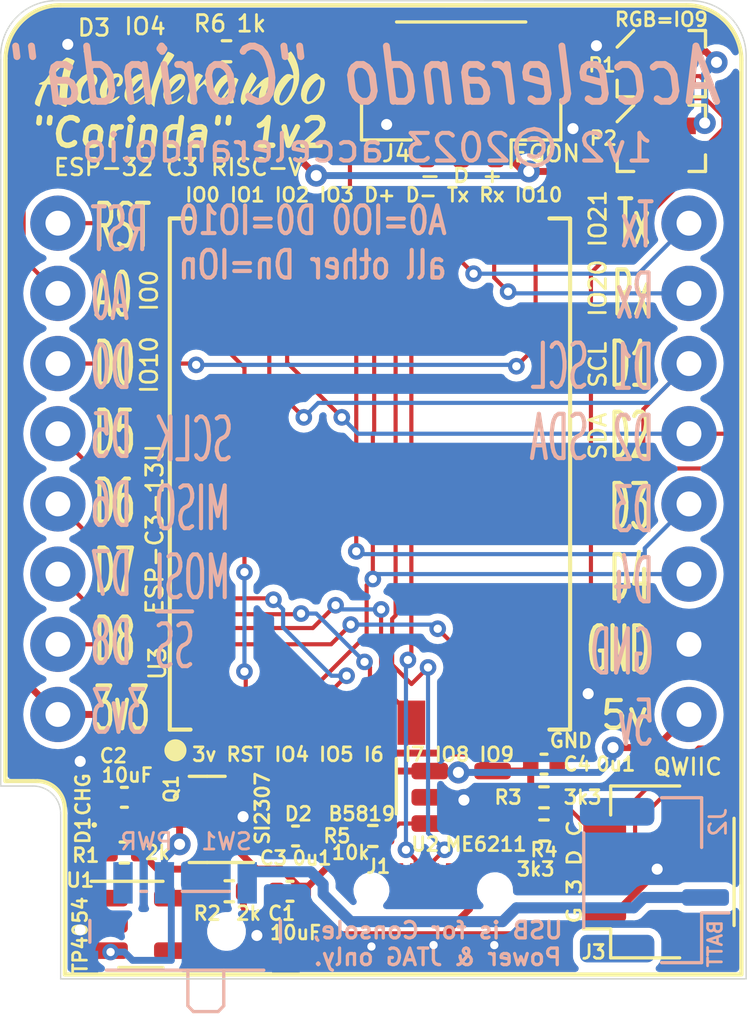
<source format=kicad_pcb>
(kicad_pcb (version 20211014) (generator pcbnew)
  (layers (0 "F.Cu" signal) (31 "B.Cu" signal) (34 "B.Paste" user) (35 "F.Paste" user) (36 "B.SilkS" user "B.Silkscreen") (37 "F.SilkS" user "F.Silkscreen") (38 "B.Mask" user) (39 "F.Mask" user) (44 "Edge.Cuts" user))
  (net 0 "")
  (net 1 "+5V")
  (net 2 "GND")
  (net 3 "/VBUS")
  (net 4 "/RST")
  (net 5 "+BATT")
  (net 6 "/IO18{slash}D-")
  (net 7 "/IO19{slash}D+")
  (net 8 "/CE")
  (net 9 "/IO0")
  (net 10 "/IO10")
  (net 11 "/IO5{slash}MTDI")
  (net 12 "/IO6{slash}MTCK")
  (net 13 "/IO7{slash}MTDO")
  (net 14 "/IO8")
  (net 15 "/IO4{slash}MTMS")
  (net 16 "/IO3")
  (net 17 "/IO2")
  (net 18 "/IO1")
  (net 19 "/Rx")
  (net 20 "/Tx")
  (net 21 "/IO9")
  (net 22 "/~{CHRG}")
  (net 23 "/CHGLED")
  (net 24 "+3V3")
  (net 25 "/EGON")
  (net 26 "/USBID")
  (net 27 "/B+")
  (net 28 "/PROG")
  (net 30 "/LED")
  (net 31 "/SWNC")
  (net 32 "Net-(P1-Pad1)")
  (footprint "Package_TO_SOT_SMD:SOT-23-5" (layer "F.Cu") (at 120.4 99.6)
    (fp_text reference "U1" (at -2.2 -1.6) (layer "F.SilkS") (effects (font (size 0.5 0.5) (thickness 0.1))))
    (fp_text value "TP4054" (at -2.2 0.4 90) (layer "F.SilkS") (effects (font (size 0.5 0.5) (thickness 0.1))))
    (pad "1" smd roundrect (at -1.1375 -0.95) (size 1.325 0.6) (layers "F.Cu" "F.Paste" "F.Mask") (net 22 "/~{CHRG}"))
    (pad "2" smd roundrect (at -1.1375 0) (size 1.325 0.6) (layers "F.Cu" "F.Paste" "F.Mask") (net 2 "GND"))
    (pad "3" smd roundrect (at -1.1375 0.95) (size 1.325 0.6) (layers "F.Cu" "F.Paste" "F.Mask") (net 5 "+BATT"))
    (pad "4" smd roundrect (at 1.1375 0.95) (size 1.325 0.6) (layers "F.Cu" "F.Paste" "F.Mask") (net 3 "/VBUS"))
    (pad "5" smd roundrect (at 1.1375 -0.95) (size 1.325 0.6) (layers "F.Cu" "F.Paste" "F.Mask") (net 28 "/PROG"))
  )
  (footprint "Connector_JST:JST_GH_SM03B-GHS-TB_1x03-1MP_P1.25mm_Horizontal" (layer "F.Cu") (at 132 69.5 180)
    (fp_text reference "J4" (at 2.35 -2.2) (layer "F.SilkS") (effects (font (size 0.6 0.6) (thickness 0.1))))
    (fp_text value "EGON" (at -3.1 -2.2) (layer "F.SilkS") (effects (font (size 0.6 0.6) (thickness 0.1))))
    (pad "1" smd roundrect (at -1.25 -1.85 180) (size 0.6 1.7) (layers "F.Cu" "F.Paste" "F.Mask") (net 24 "+3V3"))
    (pad "2" smd roundrect (at 0 -1.85 180) (size 0.6 1.7) (layers "F.Cu" "F.Paste" "F.Mask") (net 25 "/EGON"))
    (pad "3" smd roundrect (at 1.25 -1.85 180) (size 0.6 1.7) (layers "F.Cu" "F.Paste" "F.Mask") (net 2 "GND"))
    (pad "MP" smd roundrect (at 3.1 1.35 180) (size 1 2.7) (layers "F.Cu" "F.Paste" "F.Mask"))
    (pad "MP" smd roundrect (at -3.1 1.35 180) (size 1 2.7) (layers "F.Cu" "F.Paste" "F.Mask"))
  )
  (footprint "Capacitor_SMD:C_0402_1005Metric" (layer "F.Cu") (at 125.8 98.4 180)
    (fp_text reference "C1" (at 0.3 -0.8) (layer "F.SilkS") (effects (font (size 0.5 0.5) (thickness 0.1))))
    (fp_text value "10uF" (at -0.2 -1.5) (layer "F.SilkS") (effects (font (size 0.5 0.5) (thickness 0.1))))
    (pad "1" smd roundrect (at -0.48 0 180) (size 0.56 0.62) (layers "F.Cu" "F.Paste" "F.Mask") (net 3 "/VBUS"))
    (pad "2" smd roundrect (at 0.48 0 180) (size 0.56 0.62) (layers "F.Cu" "F.Paste" "F.Mask") (net 2 "GND"))
  )
  (footprint "Connector_JST:JST_SH_SM04B-SRSS-TB_1x04-1MP_P1.00mm_Horizontal" (layer "F.Cu") (at 139.2 97.7 90)
    (fp_text reference "J3" (at -2.9 -2.4 180) (layer "F.SilkS") (effects (font (size 0.5 0.5) (thickness 0.1))))
    (fp_text value "QWIIC" (at 3.8 1) (layer "F.SilkS") (effects (font (size 0.6 0.6) (thickness 0.1))))
    (pad "1" smd roundrect (at -1.5 -2 90) (size 0.6 1.55) (layers "F.Cu" "F.Paste" "F.Mask") (net 2 "GND"))
    (pad "2" smd roundrect (at -0.5 -2 90) (size 0.6 1.55) (layers "F.Cu" "F.Paste" "F.Mask") (net 24 "+3V3"))
    (pad "3" smd roundrect (at 0.5 -2 90) (size 0.6 1.55) (layers "F.Cu" "F.Paste" "F.Mask") (net 17 "/IO2"))
    (pad "4" smd roundrect (at 1.5 -2 90) (size 0.6 1.55) (layers "F.Cu" "F.Paste" "F.Mask") (net 18 "/IO1"))
    (pad "MP" smd roundrect (at -2.8 1.875 90) (size 1.2 1.8) (layers "F.Cu" "F.Paste" "F.Mask") (roundrect_rratio 0.208333))
    (pad "MP" smd roundrect (at 2.8 1.875 90) (size 1.2 1.8) (layers "F.Cu" "F.Paste" "F.Mask") (roundrect_rratio 0.208333))
  )
  (footprint "Resistor_SMD:R_0402_1005Metric" (layer "F.Cu") (at 119.8 97 180)
    (fp_text reference "R1" (at 1.4 -0.1) (layer "F.SilkS") (effects (font (size 0.5 0.5) (thickness 0.1))))
    (fp_text value "2k" (at -1.2 0) (layer "F.SilkS") (effects (font (size 0.5 0.5) (thickness 0.1))))
    (pad "1" smd roundrect (at -0.51 0 180) (size 0.54 0.64) (layers "F.Cu" "F.Paste" "F.Mask") (net 3 "/VBUS"))
    (pad "2" smd roundrect (at 0.51 0 180) (size 0.54 0.64) (layers "F.Cu" "F.Paste" "F.Mask") (net 23 "/CHGLED"))
  )
  (footprint "LED_SMD:LED_0402_1005Metric" (layer "F.Cu") (at 119.515 68)
    (fp_text reference "D3" (at -0.815 -0.85) (layer "F.SilkS") (effects (font (size 0.6 0.6) (thickness 0.1))))
    (fp_text value "IO4" (at 1.035 -0.9) (layer "F.SilkS") (effects (font (size 0.6 0.6) (thickness 0.1))))
    (pad "1" smd roundrect (at -0.485 0) (size 0.59 0.64) (layers "F.Cu" "F.Paste" "F.Mask") (net 2 "GND"))
    (pad "2" smd roundrect (at 0.485 0) (size 0.59 0.64) (layers "F.Cu" "F.Paste" "F.Mask") (net 30 "/LED"))
  )
  (footprint "Accelerando:LED_WS2812B_PLCC2_0x1_8mm_P1.27mm" (layer "F.Cu") (at 139.25 68.45)
    (fp_text reference "P1" (at -2.15 0.05) (layer "F.SilkS") (effects (font (size 0.5 0.5) (thickness 0.1))))
    (fp_text value "RGB=IO9" (at 0 -1.6) (layer "F.SilkS") (effects (font (size 0.5 0.5) (thickness 0.1))))
    (pad "1" smd rect (at -0.85 -0.45) (size 0.8 0.6) (layers "F.Cu" "F.Paste" "F.Mask") (net 32 "Net-(P1-Pad1)"))
    (pad "2" smd rect (at -0.85 0.45) (size 0.8 0.6) (layers "F.Cu" "F.Paste" "F.Mask") (net 2 "GND"))
    (pad "3" smd rect (at 0.85 0.45) (size 0.8 0.6) (layers "F.Cu" "F.Paste" "F.Mask") (net 21 "/IO9"))
    (pad "4" smd rect (at 0.85 -0.45) (size 0.8 0.6) (layers "F.Cu" "F.Paste" "F.Mask") (net 24 "+3V3"))
  )
  (footprint "Capacitor_SMD:C_0402_1005Metric" (layer "F.Cu") (at 119.8 95 180)
    (fp_text reference "C2" (at 0.4 1.5) (layer "F.SilkS") (effects (font (size 0.5 0.5) (thickness 0.1))))
    (fp_text value "10uF" (at -0.1 0.8) (layer "F.SilkS") (effects (font (size 0.5 0.5) (thickness 0.1))))
    (pad "1" smd roundrect (at -0.48 0 180) (size 0.56 0.62) (layers "F.Cu" "F.Paste" "F.Mask") (net 5 "+BATT"))
    (pad "2" smd roundrect (at 0.48 0 180) (size 0.56 0.62) (layers "F.Cu" "F.Paste" "F.Mask") (net 2 "GND"))
  )
  (footprint "Capacitor_SMD:C_0402_1005Metric" (layer "F.Cu") (at 135 93.8 180)
    (fp_text reference "C4" (at -1.2 0) (layer "F.SilkS") (effects (font (size 0.5 0.5) (thickness 0.1))))
    (fp_text value "0u1" (at -2.6 0) (layer "F.SilkS") (effects (font (size 0.5 0.5) (thickness 0.1))))
    (pad "1" smd roundrect (at -0.48 0 180) (size 0.56 0.62) (layers "F.Cu" "F.Paste" "F.Mask") (net 2 "GND"))
    (pad "2" smd roundrect (at 0.48 0 180) (size 0.56 0.62) (layers "F.Cu" "F.Paste" "F.Mask") (net 24 "+3V3"))
  )
  (footprint "LED_SMD:LED_0402_1005Metric" (layer "F.Cu") (at 119.8 96)
    (fp_text reference "D1" (at -1.5 0.2 90) (layer "F.SilkS") (effects (font (size 0.5 0.5) (thickness 0.1))))
    (fp_text value "CHG" (at -1.5 -1.1 90) (layer "F.SilkS") (effects (font (size 0.5 0.5) (thickness 0.1))))
    (pad "1" smd roundrect (at -0.485 0) (size 0.59 0.64) (layers "F.Cu" "F.Paste" "F.Mask") (net 22 "/~{CHRG}"))
    (pad "2" smd roundrect (at 0.485 0) (size 0.59 0.64) (layers "F.Cu" "F.Paste" "F.Mask") (net 23 "/CHGLED"))
  )
  (footprint "LOGO" (layer "F.Cu") (at 121.8 69)
    (fp_text reference "G***" hide)
    (fp_text value "LOGO" hide)
  )
  (footprint "Resistor_SMD:R_0402_1005Metric" (layer "F.Cu") (at 123.5 68 180)
    (fp_text reference "R6" (at 0.6 1 180) (layer "F.SilkS") (effects (font (size 0.6 0.6) (thickness 0.1))))
    (fp_text value "1k" (at -0.9 1 180) (layer "F.SilkS") (effects (font (size 0.6 0.6) (thickness 0.1))))
    (pad "1" smd roundrect (at -0.51 0 180) (size 0.54 0.64) (layers "F.Cu" "F.Paste" "F.Mask") (net 15 "/IO4{slash}MTMS"))
    (pad "2" smd roundrect (at 0.51 0 180) (size 0.54 0.64) (layers "F.Cu" "F.Paste" "F.Mask") (net 30 "/LED"))
  )
  (footprint "Accelerando:USB_Micro_SMD" (layer "F.Cu") (at 131 101.364)
    (fp_text reference "J1" (at -2 -3.864) (layer "F.SilkS") (effects (font (size 0.5 0.5) (thickness 0.1))))
    (fp_text value "USB_B_Micro" hide)
    (pad "" np_thru_hole circle (at 2.225 -3) (size 0.8 0.8) (drill 0.8) (layers *.Cu *.Mask))
    (pad "" np_thru_hole circle (at -2.25 -3) (size 0.8 0.8) (drill 0.8) (layers *.Cu *.Mask))
    (pad "1" smd rect (at -1.3 -3.302) (size 0.4 1.35) (layers "F.Cu" "F.Paste" "F.Mask") (net 3 "/VBUS"))
    (pad "2" smd rect (at -0.65 -3.302) (size 0.4 1.35) (layers "F.Cu" "F.Paste" "F.Mask") (net 6 "/IO18{slash}D-"))
    (pad "3" smd rect (at 0 -3.302) (size 0.4 1.35) (layers "F.Cu" "F.Paste" "F.Mask") (net 7 "/IO19{slash}D+"))
    (pad "4" smd rect (at 0.65 -3.302) (size 0.4 1.35) (layers "F.Cu" "F.Paste" "F.Mask") (net 26 "/USBID"))
    (pad "5" smd rect (at 1.3 -3.302) (size 0.4 1.35) (layers "F.Cu" "F.Paste" "F.Mask") (net 2 "GND"))
    (pad "6" smd rect (at 0 -1.016) (size 8 1) (layers "F.Cu" "F.Paste" "F.Mask") (net 2 "GND"))
  )
  (footprint "Resistor_SMD:R_0402_1005Metric" (layer "F.Cu") (at 135 96.2)
    (fp_text reference "R4" (at 0 0.7) (layer "F.SilkS") (effects (font (size 0.5 0.5) (thickness 0.1))))
    (fp_text value "3k3" (at -0.3 1.4) (layer "F.SilkS") (effects (font (size 0.5 0.5) (thickness 0.1))))
    (pad "1" smd roundrect (at -0.51 0) (size 0.54 0.64) (layers "F.Cu" "F.Paste" "F.Mask") (net 24 "+3V3"))
    (pad "2" smd roundrect (at 0.51 0) (size 0.54 0.64) (layers "F.Cu" "F.Paste" "F.Mask") (net 17 "/IO2"))
  )
  (footprint "Resistor_SMD:R_0402_1005Metric" (layer "F.Cu") (at 135 95)
    (fp_text reference "R3" (at -1.3 0) (layer "F.SilkS") (effects (font (size 0.5 0.5) (thickness 0.1))))
    (fp_text value "3k3" (at 1.4 0) (layer "F.SilkS") (effects (font (size 0.5 0.5) (thickness 0.1))))
    (pad "1" smd roundrect (at -0.51 0) (size 0.54 0.64) (layers "F.Cu" "F.Paste" "F.Mask") (net 24 "+3V3"))
    (pad "2" smd roundrect (at 0.51 0) (size 0.54 0.64) (layers "F.Cu" "F.Paste" "F.Mask") (net 18 "/IO1"))
  )
  (footprint "Package_TO_SOT_SMD:SOT-23" (layer "F.Cu") (at 122.8 95.8 180)
    (fp_text reference "Q1" (at 1.3 1.1 90) (layer "F.SilkS") (effects (font (size 0.5 0.5) (thickness 0.1))))
    (fp_text value "SI2307" (at -2 0.4 90) (layer "F.SilkS") (effects (font (size 0.5 0.5) (thickness 0.1))))
    (pad "1" smd roundrect (at -0.9375 -0.95 180) (size 1.475 0.6) (layers "F.Cu" "F.Paste" "F.Mask") (net 3 "/VBUS"))
    (pad "2" smd roundrect (at -0.9375 0.95 180) (size 1.475 0.6) (layers "F.Cu" "F.Paste" "F.Mask") (net 1 "+5V"))
    (pad "3" smd roundrect (at 0.9375 0 180) (size 1.475 0.6) (layers "F.Cu" "F.Paste" "F.Mask") (net 5 "+BATT"))
  )
  (footprint "Resistor_SMD:R_0402_1005Metric" (layer "F.Cu") (at 123.6 98.4)
    (fp_text reference "R2" (at -0.8 0.8) (layer "F.SilkS") (effects (font (size 0.5 0.5) (thickness 0.1))))
    (fp_text value "2k" (at 0.7 0.8) (layer "F.SilkS") (effects (font (size 0.5 0.5) (thickness 0.1))))
    (pad "1" smd roundrect (at -0.51 0) (size 0.54 0.64) (layers "F.Cu" "F.Paste" "F.Mask") (net 28 "/PROG"))
    (pad "2" smd roundrect (at 0.51 0) (size 0.54 0.64) (layers "F.Cu" "F.Paste" "F.Mask") (net 2 "GND"))
  )
  (footprint "Resistor_SMD:R_0402_1005Metric" (layer "F.Cu") (at 128.8 96.4)
    (fp_text reference "R5" (at -1.3 0) (layer "F.SilkS") (effects (font (size 0.5 0.5) (thickness 0.1))))
    (fp_text value "10k" (at -0.8 0.6) (layer "F.SilkS") (effects (font (size 0.5 0.5) (thickness 0.1))))
    (pad "1" smd roundrect (at -0.51 0) (size 0.54 0.64) (layers "F.Cu" "F.Paste" "F.Mask") (net 1 "+5V"))
    (pad "2" smd roundrect (at 0.51 0) (size 0.54 0.64) (layers "F.Cu" "F.Paste" "F.Mask") (net 8 "/CE"))
  )
  (footprint "Diode_SMD:D_SOD-123" (layer "F.Cu") (at 127.4 94.6 180)
    (fp_text reference "D2" (at 1.3 -1) (layer "F.SilkS") (effects (font (size 0.5 0.5) (thickness 0.1))))
    (fp_text value "B5819" (at -1 -1) (layer "F.SilkS") (effects (font (size 0.5 0.5) (thickness 0.1))))
    (pad "1" smd rect (at -1.65 0 180) (size 0.9 1.2) (layers "F.Cu" "F.Paste" "F.Mask") (net 1 "+5V"))
    (pad "2" smd rect (at 1.65 0 180) (size 0.9 1.2) (layers "F.Cu" "F.Paste" "F.Mask") (net 3 "/VBUS"))
  )
  (footprint "Capacitor_SMD:C_0402_1005Metric" (layer "F.Cu") (at 126 96.4 180)
    (fp_text reference "C3" (at 0.8 -0.8) (layer "F.SilkS") (effects (font (size 0.5 0.5) (thickness 0.1))))
    (fp_text value "0u1" (at -0.6 -0.8) (layer "F.SilkS") (effects (font (size 0.5 0.5) (thickness 0.1))))
    (pad "1" smd roundrect (at -0.48 0 180) (size 0.56 0.62) (layers "F.Cu" "F.Paste" "F.Mask") (net 1 "+5V"))
    (pad "2" smd roundrect (at 0.48 0 180) (size 0.56 0.62) (layers "F.Cu" "F.Paste" "F.Mask") (net 2 "GND"))
  )
  (footprint "Accelerando:wemos-d1-mini-ccw-connectors-only-bigpads" (layer "F.Cu") (at 130.422024 84.712024)
    (fp_text reference "M1" hide)
    (fp_text value "D1_Mini_16p" hide)
    (fp_line (start 11.9 -16.54) (end 11.9 16.86) (layer "Edge.Cuts") (width 0.05))
    (fp_line (start 11.9 16.86) (end -12.93 16.86) (layer "Edge.Cuts") (width 0.05))
    (fp_line (start -15.1 9.88) (end -13.93 9.88) (layer "Edge.Cuts") (width 0.05))
    (fp_line (start -12.93 16.86) (end -12.93 10.88) (layer "Edge.Cuts") (width 0.05))
    (fp_line (start -15.1 9.88) (end -15.1 -16.45) (layer "Edge.Cuts") (width 0.05))
    (fp_line (start -13.1 -18.542024) (end 9.9 -18.54) (layer "Edge.Cuts") (width 0.05))
    (fp_arc (start -13.93 9.88) (mid -13.222893 10.172893) (end -12.93 10.88) (layer "Edge.Cuts") (width 0.05))
    (fp_arc (start 9.9 -18.54) (mid 11.314214 -17.954214) (end 11.9 -16.54) (layer "Edge.Cuts") (width 0.05))
    (fp_arc (start -15.1 -16.45) (mid -14.547241 -17.92358) (end -13.1 -18.542024) (layer "Edge.Cuts") (width 0.05))
    (pad "1" thru_hole oval (at -13.03 -10.49 90) (size 2 2) (drill 0.9) (layers *.Cu *.Mask) (net 4 "/RST"))
    (pad "2" thru_hole oval (at -13.03 -7.95 90) (size 2 2) (drill 0.9) (layers *.Cu *.Mask) (net 9 "/IO0"))
    (pad "3" thru_hole oval (at -13.03 -5.41 90) (size 2 2) (drill 0.9) (layers *.Cu *.Mask) (net 10 "/IO10"))
    (pad "4" thru_hole oval (at -13.03 -2.87 90) (size 2 2) (drill 0.9) (layers *.Cu *.Mask) (net 11 "/IO5{slash}MTDI"))
    (pad "5" thru_hole oval (at -13.03 -0.33 90) (size 2 2) (drill 0.9) (layers *.Cu *.Mask) (net 12 "/IO6{slash}MTCK"))
    (pad "6" thru_hole oval (at -13.03 2.21 90) (size 2 2) (drill 0.9) (layers *.Cu *.Mask) (net 13 "/IO7{slash}MTDO"))
    (pad "7" thru_hole oval (at -13.03 4.75 90) (size 2 2) (drill 0.9) (layers *.Cu *.Mask) (net 14 "/IO8"))
    (pad "8" thru_hole oval (at -13.03 7.29 90) (size 2 2) (drill 0.9) (layers *.Cu *.Mask) (net 24 "+3V3"))
    (pad "9" thru_hole oval (at 9.83 7.29 90) (size 2 2) (drill 0.9) (layers *.Cu *.Mask) (net 1 "+5V"))
    (pad "10" thru_hole oval (at 9.83 4.75 90) (size 2 2) (drill 0.9) (layers *.Cu *.Mask) (net 2 "GND"))
    (pad "11" thru_hole oval (at 9.83 2.21 90) (size 2 2) (drill 0.9) (layers *.Cu *.Mask) (net 15 "/IO4{slash}MTMS"))
    (pad "12" thru_hole oval (at 9.83 -0.33 90) (size 2 2) (drill 0.9) (layers *.Cu *.Mask) (net 16 "/IO3"))
    (pad "13" thru_hole oval (at 9.83 -2.87 90) (size 2 2) (drill 0.9) (layers *.Cu *.Mask) (net 17 "/IO2"))
    (pad "14" thru_hole oval (at 9.83 -5.41 90) (size 2 2) (drill 0.9) (layers *.Cu *.Mask) (net 18 "/IO1"))
    (pad "15" thru_hole oval (at 9.83 -7.95 90) (size 2 2) (drill 0.9) (layers *.Cu *.Mask) (net 19 "/Rx"))
    (pad "16" thru_hole oval (at 9.83 -10.49 90) (size 2 2) (drill 0.9) (layers *.Cu *.Mask) (net 20 "/Tx"))
  )
  (footprint "Accelerando:Ai-Thinker-ESP-C3-13U" (layer "F.Cu") (at 130.196003 83.3 90)
    (fp_text reference "U3" (at -6.85 -9.196003 270) (layer "F.SilkS") (effects (font (size 0.6 0.6) (thickness 0.1))))
    (fp_text value "ESP-C3-13U" (at -2 -9.296003 90) (layer "F.SilkS") (effects (font (size 0.6 0.6) (thickness 0.1))))
    (pad "1" smd rect locked (at -9 -7.5 90) (size 1.6 1) (layers "F.Cu" "F.Paste" "F.Mask") (net 24 "+3V3"))
    (pad "2" smd rect locked (at -9 -6 90) (size 1.6 1) (layers "F.Cu" "F.Paste" "F.Mask") (net 4 "/RST"))
    (pad "3" smd rect locked (at -9 -4.5 90) (size 1.6 1) (layers "F.Cu" "F.Paste" "F.Mask") (net 15 "/IO4{slash}MTMS"))
    (pad "4" smd rect locked (at -9 -3 90) (size 1.6 1) (layers "F.Cu" "F.Paste" "F.Mask") (net 11 "/IO5{slash}MTDI"))
    (pad "5" smd rect locked (at -9 -1.5 90) (size 1.6 1) (layers "F.Cu" "F.Paste" "F.Mask") (net 12 "/IO6{slash}MTCK"))
    (pad "6" smd rect locked (at -9 0 90) (size 1.6 1) (layers "F.Cu" "F.Paste" "F.Mask") (net 13 "/IO7{slash}MTDO"))
    (pad "7" smd rect locked (at -9 1.5 90) (size 1.6 1) (layers "F.Cu" "F.Paste" "F.Mask") (net 14 "/IO8"))
    (pad "8" smd rect locked (at -9 3 90) (size 1.6 1) (layers "F.Cu" "F.Paste" "F.Mask") (net 21 "/IO9"))
    (pad "9" smd rect locked (at -9 4.5 90) (size 1.6 1) (layers "F.Cu" "F.Paste" "F.Mask") (net 2 "GND"))
    (pad "10" smd rect locked (at 9 4.5 90) (size 1.6 1) (layers "F.Cu" "F.Paste" "F.Mask") (net 10 "/IO10"))
    (pad "11" smd rect locked (at 9 3 90) (size 1.6 1) (layers "F.Cu" "F.Paste" "F.Mask") (net 19 "/Rx"))
    (pad "12" smd rect locked (at 9 1.5 90) (size 1.6 1) (layers "F.Cu" "F.Paste" "F.Mask") (net 20 "/Tx"))
    (pad "13" smd rect locked (at 9 0 90) (size 1.6 1) (layers "F.Cu" "F.Paste" "F.Mask") (net 6 "/IO18{slash}D-"))
    (pad "14" smd rect locked (at 9 -1.5 90) (size 1.6 1) (layers "F.Cu" "F.Paste" "F.Mask") (net 7 "/IO19{slash}D+"))
    (pad "15" smd rect (at 9 -3 90) (size 1.6 1) (layers "F.Cu" "F.Paste" "F.Mask") (net 16 "/IO3"))
    (pad "16" smd rect locked (at 9 -4.5 90) (size 1.6 1) (layers "F.Cu" "F.Paste" "F.Mask") (net 17 "/IO2"))
    (pad "17" smd rect locked (at 9 -6 90) (size 1.6 1) (layers "F.Cu" "F.Paste" "F.Mask") (net 18 "/IO1"))
    (pad "18" smd rect locked (at 9 -7.5 90) (size 1.6 1) (layers "F.Cu" "F.Paste" "F.Mask") (net 9 "/IO0"))
  )
  (footprint "Package_TO_SOT_SMD:SOT-23-5" (layer "F.Cu") (at 132 95)
    (fp_text reference "U2" (at -1.3 1.7) (layer "F.SilkS") (effects (font (size 0.5 0.5) (thickness 0.1))))
    (fp_text value "ME6211" (at 0.9 1.7) (layer "F.SilkS") (effects (font (size 0.5 0.5) (thickness 0.1))))
    (pad "1" smd roundrect (at -1.1375 -0.95) (size 1.325 0.6) (layers "F.Cu" "F.Paste" "F.Mask") (net 1 "+5V"))
    (pad "2" smd roundrect (at -1.1375 0) (size 1.325 0.6) (layers "F.Cu" "F.Paste" "F.Mask") (net 2 "GND"))
    (pad "3" smd roundrect (at -1.1375 0.95) (size 1.325 0.6) (layers "F.Cu" "F.Paste" "F.Mask") (net 8 "/CE"))
    (pad "4" smd roundrect (at 1.1375 0.95) (size 1.325 0.6) (layers "F.Cu" "F.Paste" "F.Mask"))
    (pad "5" smd roundrect (at 1.1375 -0.95) (size 1.325 0.6) (layers "F.Cu" "F.Paste" "F.Mask") (net 24 "+3V3"))
  )
  (footprint "Accelerando:LED_WS2812B_PLCC2_0x1_8mm_P1.27mm" (layer "F.Cu") (at 139.25 71.15)
    (fp_text reference "P2" (at -2.1 0) (layer "F.SilkS") (effects (font (size 0.5 0.5) (thickness 0.1))))
    (fp_text value "RGB" hide)
    (pad "1" smd rect (at -0.85 -0.45) (size 0.8 0.6) (layers "F.Cu" "F.Paste" "F.Mask") (net 25 "/EGON"))
    (pad "2" smd rect (at -0.85 0.45) (size 0.8 0.6) (layers "F.Cu" "F.Paste" "F.Mask") (net 2 "GND"))
    (pad "3" smd rect (at 0.85 0.45) (size 0.8 0.6) (layers "F.Cu" "F.Paste" "F.Mask") (net 32 "Net-(P1-Pad1)"))
    (pad "4" smd rect (at 0.85 -0.45) (size 0.8 0.6) (layers "F.Cu" "F.Paste" "F.Mask") (net 24 "+3V3"))
  )
  (footprint "Button_Switch_SMD:SW_SPDT_PCM12" (layer "B.Cu") (at 122 99.525 180)
    (fp_text reference "SW1" (at -1.5 2.925) (layer "B.SilkS") (effects (font (size 0.6 0.6) (thickness 0.1)) (justify mirror)))
    (fp_text value "PWR" (at 1.4 2.925) (layer "B.SilkS") (effects (font (size 0.6 0.6) (thickness 0.1)) (justify mirror)))
    (pad "" np_thru_hole circle (at 1.5 -0.33 180) (size 0.9 0.9) (drill 0.9) (layers *.Cu *.Mask))
    (pad "" np_thru_hole circle (at -1.5 -0.33 180) (size 0.9 0.9) (drill 0.9) (layers *.Cu *.Mask))
    (pad "" smd rect (at -3.65 -1.43 180) (size 1 0.8) (layers "B.Cu" "B.Paste" "B.Mask") (net 2 "GND"))
    (pad "" smd rect (at 3.65 0.78 180) (size 1 0.8) (layers "B.Cu" "B.Paste" "B.Mask") (net 2 "GND"))
    (pad "" smd rect (at -3.65 0.78 180) (size 1 0.8) (layers "B.Cu" "B.Paste" "B.Mask") (net 2 "GND"))
    (pad "" smd rect (at 3.65 -1.43 180) (size 1 0.8) (layers "B.Cu" "B.Paste" "B.Mask") (net 2 "GND"))
    (pad "1" smd rect (at -2.25 1.43 180) (size 0.7 1.5) (layers "B.Cu" "B.Paste" "B.Mask") (net 27 "/B+"))
    (pad "2" smd rect (at 0.75 1.43 180) (size 0.7 1.5) (layers "B.Cu" "B.Paste" "B.Mask") (net 5 "+BATT"))
    (pad "3" smd rect (at 2.25 1.43 180) (size 0.7 1.5) (layers "B.Cu" "B.Paste" "B.Mask") (net 31 "/SWNC"))
  )
  (footprint "Connector_JST:JST_GH_SM02B-GHS-TB_1x02-1MP_P1.25mm_Horizontal" (layer "B.Cu") (at 139 98 90)
    (fp_text reference "J2" (at 2.1 2.3 90) (layer "B.SilkS") (effects (font (size 0.6 0.6) (thickness 0.1)) (justify mirror)))
    (fp_text value "BATT" (at -2.3 2.2 90) (layer "B.SilkS") (effects (font (size 0.5 0.5) (thickness 0.1)) (justify mirror)))
    (pad "1" smd roundrect (at -0.625 1.85 90) (size 0.6 1.7) (layers "B.Cu" "B.Paste" "B.Mask") (net 27 "/B+"))
    (pad "2" smd roundrect (at 0.625 1.85 90) (size 0.6 1.7) (layers "B.Cu" "B.Paste" "B.Mask") (net 2 "GND"))
    (pad "MP" smd roundrect (at 2.475 -1.35 90) (size 1 2.7) (layers "B.Cu" "B.Paste" "B.Mask"))
    (pad "MP" smd roundrect (at -2.475 -1.35 90) (size 1 2.7) (layers "B.Cu" "B.Paste" "B.Mask"))
  )
  (gr_circle (center 121.65 93.3) (end 121.85 93.3) (layer "F.SilkS") (width 0.4) (fill none))
  (gr_text "Accelerando {dblquote}Corinda{dblquote}" (at 128.6 68.9) (layer "B.SilkS") (effects (font (size 2 1.5) (thickness 0.25) italic) (justify mirror)))
  (gr_text "USB is for Console,\nPower & JTAG only." (at 131.15 100.3) (layer "B.SilkS") (effects (font (size 0.6 0.6) (thickness 0.12)) (justify mirror)))
  (gr_text "A0=IO0 D0=IO10\nall other Dn=IOn" (at 126.619 74.93) (layer "B.SilkS") (effects (font (size 1 0.75)) (justify mirror)))
  (gr_text "SCLK\nMISO\nMOSI\n~{SS}\n" (at 120.8 85.8) (layer "B.SilkS") (effects (font (size 1.55 0.75)) (justify right mirror)))
  (gr_text "1v2 ©2023 accelerando.io" (at 128.6 71.5) (layer "B.SilkS") (effects (font (size 1 1)) (justify mirror)))
  (gr_text "RST\nA0\nD0\nD5\nD6\nD7\nD8\n3v3" (at 118.491 83.185) (layer "B.SilkS") (effects (font (size 1.55 0.75)) (justify right mirror)))
  (gr_text "Tx\nRx\nD1\nD2\nD3\nD4\nGND\n5v\n" (at 139.065 83.312) (layer "B.SilkS") (effects (font (size 1.6 0.75)) (justify left mirror)))
  (gr_text "SCL\nSDA\n" (at 136.7 80.7) (layer "B.SilkS") (effects (font (size 1.6 0.75)) (justify left mirror)))
  (gr_text "5v" (at 137.925 92.025) (layer "F.SilkS") (effects (font (size 1 1))))
  (gr_text "{dblquote}Corinda{dblquote} 1v2" (at 121.75 70.95) (layer "F.SilkS") (effects (font (size 1 1) (thickness 0.2) italic)))
  (gr_text "- D +" (at 132 72.5) (layer "F.SilkS") (effects (font (size 0.5 0.6) (thickness 0.1))))
  (gr_text "3v RST IO4 IO5 I6  I7 IO8 IO9" (at 122.2 93.45) (layer "F.SilkS") (effects (font (size 0.5 0.5) (thickness 0.1)) (justify left)))
  (gr_text "RST \nA0\nD0\nD5\nD6\nD7\nD8\n3v3" (at 118.618 83.058) (layer "F.SilkS") (effects (font (size 1.55 0.75)) (justify left)))
  (gr_text "G 3 D C" (at 136.1 97.7 90) (layer "F.SilkS") (effects (font (size 0.5 0.6) (thickness 0.1))))
  (gr_text "IO10  IO0" (at 120.7 78.15 90) (layer "F.SilkS") (effects (font (size 0.6 0.6) (thickness 0.1))))
  (gr_text "GND" (at 135.15 92.95) (layer "F.SilkS") (effects (font (size 0.5 0.5) (thickness 0.1)) (justify left)))
  (gr_text "IO0 IO1 IO2 IO3 D+ D- Tx Rx IO10" (at 121.95 73.2) (layer "F.SilkS") (effects (font (size 0.5 0.5) (thickness 0.1)) (justify left)))
  (gr_text "SDA  SCL  IO20 IO21" (at 136.95 77.9 90) (layer "F.SilkS") (effects (font (size 0.6 0.6) (thickness 0.1))))
  (gr_text "Tx\nRx\nD1\nD2\nD3\nD4\nGND\n" (at 138.938 81.915) (layer "F.SilkS") (effects (font (size 1.6 0.75)) (justify right)))
  (gr_text "ESP-32 C3 RISC-V\n" (at 121.75 72.2) (layer "F.SilkS") (effects (font (size 0.6 0.6) (thickness 0.1))))
  (segment (start 128.29 96.4) (end 128.29 95.36) (width 0.25) (layer "F.Cu") (net 1))
  (segment (start 139.054048 93.2) (end 140.252024 92.002024) (width 0.25) (layer "F.Cu") (net 1))
  (segment (start 129.6 94.05) (end 130.8625 94.05) (width 0.25) (layer "F.Cu") (net 1))
  (segment (start 126.48 96.4) (end 128.29 96.4) (width 0.25) (layer "F.Cu") (net 1))
  (segment (start 131.85 94.05) (end 131.9 94.1) (width 0.25) (layer "F.Cu") (net 1))
  (segment (start 128.29 95.36) (end 129.05 94.6) (width 0.25) (layer "F.Cu") (net 1))
  (segment (start 124.25 94.85) (end 124.9 95.5) (width 0.25) (layer "F.Cu") (net 1))
  (segment (start 124.9 95.5) (end 125.58 95.5) (width 0.25) (layer "F.Cu") (net 1))
  (segment (start 137.5 93.2) (end 139.054048 93.2) (width 0.25) (layer "F.Cu") (net 1))
  (segment (start 125.58 95.5) (end 126.48 96.4) (width 0.25) (layer "F.Cu") (net 1))
  (segment (start 130.8625 94.05) (end 131.85 94.05) (width 0.25) (layer "F.Cu") (net 1))
  (segment (start 129.05 94.6) (end 129.6 94.05) (width 0.25) (layer "F.Cu") (net 1))
  (via (at 137.5 93.2) (size 0.8) (drill 0.4) (layers "F.Cu" "B.Cu") (net 1))
  (via (at 131.9 94.1) (size 0.8) (drill 0.4) (layers "F.Cu" "B.Cu") (net 1))
  (segment (start 137 94.1) (end 137.5 93.6) (width 0.25) (layer "B.Cu") (net 1))
  (segment (start 137.5 93.6) (end 137.5 93.2) (width 0.25) (layer "B.Cu") (net 1))
  (segment (start 131.9 94.1) (end 137 94.1) (width 0.25) (layer "B.Cu") (net 1))
  (segment (start 132.3 98.062) (end 132.3 97.137) (width 0.25) (layer "F.Cu") (net 2))
  (segment (start 135.48 93.083997) (end 134.696003 92.3) (width 0.25) (layer "F.Cu") (net 2))
  (segment (start 135.48 93.8) (end 135.48 93.083997) (width 0.25) (layer "F.Cu") (net 2))
  (segment (start 124.11 98.945145) (end 124.11 98.4) (width 0.25) (layer "F.Cu") (net 2))
  (segment (start 124.6 100) (end 124.691848 99.508152) (width 0.25) (layer "F.Cu") (net 2))
  (segment (start 138.4 71.6) (end 136.85 71.6) (width 0.25) (layer "F.Cu") (net 2))
  (segment (start 130.75 71.35) (end 130 71.35) (width 0.25) (layer "F.Cu") (net 2))
  (segment (start 119.03 68) (end 118 68) (width 0.25) (layer "F.Cu") (net 2))
  (segment (start 139.1 97.676041) (end 139.1 97.6) (width 0.25) (layer "F.Cu") (net 2))
  (segment (start 118 68) (end 117.75 67.75) (width 0.25) (layer "F.Cu") (net 2))
  (segment (start 132.3 99.048) (end 131 100.348) (width 0.25) (layer "F.Cu") (net 2))
  (segment (start 132.3 97.137) (end 132.1 96.937) (width 0.25) (layer "F.Cu") (net 2))
  (segment (start 138 68.9) (end 136.9 67.8) (width 0.25) (layer "F.Cu") (net 2))
  (segment (start 119.2625 99.6) (end 118.4 99.6) (width 0.25) (layer "F.Cu") (net 2))
  (segment (start 137.576041 99.2) (end 139.1 97.676041) (width 0.25) (layer "F.Cu") (net 2))
  (segment (start 118.4 99.6) (end 118.2 99.8) (width 0.25) (layer "F.Cu") (net 2))
  (segment (start 136.6 91.25) (end 135.9 92.3) (width 0.25) (layer "F.Cu") (net 2))
  (segment (start 124.8 96.4) (end 124.1 95.7) (width 0.25) (layer "F.Cu") (net 2))
  (segment (start 130.8625 95) (end 132 95) (width 0.25) (layer "F.Cu") (net 2))
  (segment (start 136.85 71.6) (end 136.05 70.8) (width 0.25) (layer "F.Cu") (net 2))
  (segment (start 119.32 94.82) (end 118.2 93.7) (width 0.25) (layer "F.Cu") (net 2))
  (segment (start 132 95) (end 132.1 95.1) (width 0.25) (layer "F.Cu") (net 2))
  (segment (start 130 71.35) (end 129.3 70.65) (width 0.25) (layer "F.Cu") (net 2))
  (segment (start 138.4 68.9) (end 138 68.9) (width 0.25) (layer "F.Cu") (net 2))
  (segment (start 125.32 98.88) (end 125.32 98.4) (width 0.25) (layer "F.Cu") (net 2))
  (segment (start 124.691848 99.508152) (end 125.32 98.88) (width 0.25) (layer "F.Cu") (net 2))
  (segment (start 132.3 98.062) (end 132.3 99.048) (width 0.25) (layer "F.Cu") (net 2))
  (segment (start 132.1 96.937) (end 132.1 95.1) (width 0.25) (layer "F.Cu") (net 2))
  (segment (start 124.6 100) (end 124.11 98.945145) (width 0.25) (layer "F.Cu") (net 2))
  (segment (start 135.9 92.3) (end 134.696003 92.3) (width 0.25) (layer "F.Cu") (net 2))
  (segment (start 125.52 96.4) (end 124.8 96.4) (width 0.25) (layer "F.Cu") (net 2))
  (via (at 128.75 100.4) (size 0.6) (drill 0.3) (layers "F.Cu" "B.Cu") (net 2))
  (via (at 139.1 97.6) (size 0.8) (drill 0.4) (layers "F.Cu" "B.Cu") (net 2))
  (via (at 136.6 91.25) (size 0.8) (drill 0.4) (layers "F.Cu" "B.Cu") (net 2))
  (via (at 136.05 70.8) (size 0.8) (drill 0.4) (layers "F.Cu" "B.Cu") (net 2))
  (via (at 129.3 70.65) (size 0.8) (drill 0.4) (layers "F.Cu" "B.Cu") (net 2))
  (via (at 136.9 67.8) (size 0.8) (drill 0.4) (layers "F.Cu" "B.Cu") (net 2))
  (via (at 117.75 67.75) (size 0.8) (drill 0.4) (layers "F.Cu" "B.Cu") (net 2))
  (via (at 124.6 100) (size 0.8) (drill 0.4) (layers "F.Cu" "B.Cu") (net 2))
  (via (at 132.1 95.1) (size 0.8) (drill 0.4) (layers "F.Cu" "B.Cu") (net 2))
  (via (at 118.2 93.7) (size 0.8) (drill 0.4) (layers "F.Cu" "B.Cu") (net 2))
  (via (at 131 100.348) (size 0.6) (drill 0.3) (layers "F.Cu" "B.Cu") (net 2))
  (via (at 118.2 99.8) (size 0.8) (drill 0.4) (layers "F.Cu" "B.Cu") (net 2))
  (via (at 124.1 95.7) (size 0.8) (drill 0.4) (layers "F.Cu" "B.Cu") (net 2))
  (via (at 133.2 100.35) (size 0.6) (drill 0.3) (layers "F.Cu" "B.Cu") (net 2))
  (segment (start 125.25 94.1) (end 125.75 94.6) (width 0.25) (layer "F.Cu") (net 3))
  (segment (start 124.9 100.8) (end 126.28 99.42) (width 0.25) (layer "F.Cu") (net 3))
  (segment (start 126.28 99.42) (end 126.28 98.4) (width 0.25) (layer "F.Cu") (net 3))
  (segment (start 123 97.6) (end 123.7375 96.8625) (width 0.25) (layer "F.Cu") (net 3))
  (segment (start 123.3 100.8) (end 124.9 100.8) (width 0.25) (layer "F.Cu") (net 3))
  (segment (start 120.4 97) (end 121 97.6) (width 0.25) (layer "F.Cu") (net 3))
  (segment (start 121 97.6) (end 123 97.6) (width 0.25) (layer "F.Cu") (net 3))
  (segment (start 121.5375 100.55) (end 123.05 100.55) (width 0.25) (layer "F.Cu") (net 3))
  (segment (start 122.4 94.6) (end 122.9 94.1) (width 0.25) (layer "F.Cu") (net 3))
  (segment (start 127.543 97.137) (end 126.28 98.4) (width 0.25) (layer "F.Cu") (net 3))
  (segment (start 126.28 98.392391) (end 125.487609 97.6) (width 0.25) (layer "F.Cu") (net 3))
  (segment (start 125.487609 97.6) (end 124.5875 97.6) (width 0.25) (layer "F.Cu") (net 3))
  (segment (start 129.7 97.587) (end 129.25 97.137) (width 0.25) (layer "F.Cu") (net 3))
  (segment (start 123.7375 96.336459) (end 122.4 94.998959) (width 0.25) (layer "F.Cu") (net 3))
  (segment (start 129.25 97.137) (end 127.543 97.137) (width 0.25) (layer "F.Cu") (net 3))
  (segment (start 122.4 94.998959) (end 122.4 94.6) (width 0.25) (layer "F.Cu") (net 3))
  (segment (start 123.7375 96.75) (end 123.7375 96.336459) (width 0.25) (layer "F.Cu") (net 3))
  (segment (start 122.9 94.1) (end 125.25 94.1) (width 0.25) (layer "F.Cu") (net 3))
  (segment (start 123.05 100.55) (end 123.3 100.8) (width 0.25) (layer "F.Cu") (net 3))
  (segment (start 124.5875 97.6) (end 123.7375 96.75) (width 0.25) (layer "F.Cu") (net 3))
  (segment (start 118.922024 74.222024) (end 124.15 79.45) (width 0.15) (layer "F.Cu") (net 4))
  (segment (start 124.196003 90.496003) (end 124.15 90.45) (width 0.15) (layer "F.Cu") (net 4))
  (segment (start 124.15 86.85) (end 124.15 79.45) (width 0.15) (layer "F.Cu") (net 4))
  (segment (start 118.922024 74.222024) (end 117.392024 74.222024) (width 0.15) (layer "F.Cu") (net 4))
  (segment (start 124.196003 92.3) (end 124.196003 90.496003) (width 0.15) (layer "F.Cu") (net 4))
  (via (at 124.15 90.45) (size 0.6) (drill 0.3) (layers "F.Cu" "B.Cu") (net 4))
  (via (at 124.15 86.85) (size 0.6) (drill 0.3) (layers "F.Cu" "B.Cu") (net 4))
  (segment (start 124.15 90.45) (end 124.15 86.85) (width 0.15) (layer "B.Cu") (net 4))
  (segment (start 121.8625 95.6625) (end 121.2 95) (width 0.25) (layer "F.Cu") (net 5))
  (segment (start 121.2 95) (end 120.28 95) (width 0.25) (layer "F.Cu") (net 5))
  (segment (start 121.8 96.7) (end 121.8 95.8625) (width 0.25) (layer "F.Cu") (net 5))
  (via (at 121.8 96.7) (size 0.8) (drill 0.4) (layers "F.Cu" "B.Cu") (net 5))
  (via (at 119.3 100.6) (size 0.6) (drill 0.3) (layers "F.Cu" "B.Cu") (net 5))
  (segment (start 119.3 100.6) (end 119.8 100.6) (width 0.25) (layer "B.Cu") (net 5))
  (segment (start 121.25 98.095) (end 121.25 97.25) (width 0.25) (layer "B.Cu") (net 5))
  (segment (start 119.8 100.6) (end 120.1 100.9) (width 0.25) (layer "B.Cu") (net 5))
  (segment (start 121.5 100.9) (end 121.5 98.345) (width 0.25) (layer "B.Cu") (net 5))
  (segment (start 120.1 100.9) (end 121.5 100.9) (width 0.25) (layer "B.Cu") (net 5))
  (segment (start 121.5 98.345) (end 121.25 98.095) (width 0.25) (layer "B.Cu") (net 5))
  (segment (start 121.25 97.25) (end 121.8 96.7) (width 0.25) (layer "B.Cu") (net 5))
  (segment (start 130.196003 74.3) (end 130.196003 89.903997) (width 0.15) (layer "F.Cu") (net 6))
  (segment (start 130.196003 89.903997) (end 130.070878 90.029122) (width 0.15) (layer "F.Cu") (net 6))
  (segment (start 130.35 97.25) (end 130 96.9) (width 0.15) (layer "F.Cu") (net 6))
  (segment (start 130.35 98.062) (end 130.35 97.25) (width 0.15) (layer "F.Cu") (net 6))
  (via (at 130 96.9) (size 0.6) (drill 0.3) (layers "F.Cu" "B.Cu") (net 6))
  (via (at 130.070878 90.029122) (size 0.6) (drill 0.3) (layers "F.Cu" "B.Cu") (net 6))
  (segment (start 130 96.9) (end 130 90.1) (width 0.15) (layer "B.Cu") (net 6))
  (segment (start 130 90.1) (end 130.070878 90.029122) (width 0.15) (layer "B.Cu") (net 6))
  (segment (start 130.2 90.9) (end 129.5 90.2) (width 0.15) (layer "F.Cu") (net 7))
  (segment (start 129.6245 75.528497) (end 128.696003 74.6) (width 0.15) (layer "F.Cu") (net 7))
  (segment (start 131 98.062) (end 131 97.3) (width 0.15) (layer "F.Cu") (net 7))
  (segment (start 129.5 90.2) (end 129.5 88.541756) (width 0.15) (layer "F.Cu") (net 7))
  (segment (start 131 97.3) (end 131.4 96.9) (width 0.15) (layer "F.Cu") (net 7))
  (segment (start 130.8 90.3) (end 130.2 90.9) (width 0.15) (layer "F.Cu") (net 7))
  (segment (start 129.6245 88.417256) (end 129.6245 75.528497) (width 0.15) (layer "F.Cu") (net 7))
  (segment (start 129.5 88.541756) (end 129.6245 88.417256) (width 0.15) (layer "F.Cu") (net 7))
  (via (at 131.4 96.9) (size 0.6) (drill 0.3) (layers "F.Cu" "B.Cu") (net 7))
  (via (at 130.8 90.3) (size 0.6) (drill 0.3) (layers "F.Cu" "B.Cu") (net 7))
  (segment (start 131.4 96.9) (end 130.8 96.3) (width 0.15) (layer "B.Cu") (net 7))
  (segment (start 130.8 96.3) (end 130.8 90.3) (width 0.15) (layer "B.Cu") (net 7))
  (segment (start 129.31 96.4) (end 129.76 95.95) (width 0.15) (layer "F.Cu") (net 8))
  (segment (start 129.76 95.95) (end 130.8625 95.95) (width 0.15) (layer "F.Cu") (net 8))
  (segment (start 116.149501 73.505232) (end 116.149501 75.519501) (width 0.15) (layer "F.Cu") (net 9))
  (segment (start 116.149501 75.519501) (end 117.392024 76.762024) (width 0.15) (layer "F.Cu") (net 9))
  (segment (start 121.396003 72.7) (end 116.954733 72.7) (width 0.15) (layer "F.Cu") (net 9))
  (segment (start 116.954733 72.7) (end 116.149501 73.505232) (width 0.15) (layer "F.Cu") (net 9))
  (segment (start 122.696003 74) (end 121.396003 72.7) (width 0.15) (layer "F.Cu") (net 9))
  (segment (start 122.352024 79.302024) (end 122.4 79.35) (width 0.15) (layer "F.Cu") (net 10))
  (segment (start 117.392024 79.302024) (end 122.352024 79.302024) (width 0.15) (layer "F.Cu") (net 10))
  (segment (start 134.696003 78.703997) (end 134.696003 74.3) (width 0.15) (layer "F.Cu") (net 10))
  (segment (start 134 79.4) (end 134.696003 78.703997) (width 0.15) (layer "F.Cu") (net 10))
  (via (at 134 79.4) (size 0.6) (drill 0.3) (layers "F.Cu" "B.Cu") (net 10))
  (via (at 122.4 79.35) (size 0.6) (drill 0.3) (layers "F.Cu" "B.Cu") (net 10))
  (segment (start 133.95 79.35) (end 134 79.4) (width 0.15) (layer "B.Cu") (net 10))
  (segment (start 122.4 79.35) (end 133.95 79.35) (width 0.15) (layer "B.Cu") (net 10))
  (segment (start 125.05 87.8) (end 125.15 87.8) (width 0.15) (layer "F.Cu") (net 11))
  (segment (start 121.95 87.6) (end 122.15 87.8) (width 0.15) (layer "F.Cu") (net 11))
  (segment (start 125.15 87.8) (end 125.2 87.85) (width 0.15) (layer "F.Cu") (net 11))
  (segment (start 127.196003 91.253997) (end 127.196003 92.3) (width 0.15) (layer "F.Cu") (net 11))
  (segment (start 122.15 87.8) (end 125.05 87.8) (width 0.15) (layer "F.Cu") (net 11))
  (segment (start 117.392024 81.842024) (end 121.95 86.4) (width 0.15) (layer "F.Cu") (net 11))
  (segment (start 127.85 90.6) (end 127.196003 91.253997) (width 0.15) (layer "F.Cu") (net 11))
  (segment (start 121.95 86.4) (end 121.95 87.6) (width 0.15) (layer "F.Cu") (net 11))
  (via (at 127.85 90.6) (size 0.6) (drill 0.3) (layers "F.Cu" "B.Cu") (net 11))
  (via (at 125.2 87.85) (size 0.6) (drill 0.3) (layers "F.Cu" "B.Cu") (net 11))
  (segment (start 125.55 88.85) (end 127.3 90.6) (width 0.15) (layer "B.Cu") (net 11))
  (segment (start 125.2 87.85) (end 125.55 88.2) (width 0.15) (layer "B.Cu") (net 11))
  (segment (start 127.3 90.6) (end 127.85 90.6) (width 0.15) (layer "B.Cu") (net 11))
  (segment (start 125.55 88.2) (end 125.55 88.85) (width 0.15) (layer "B.Cu") (net 11))
  (segment (start 117.392024 84.382024) (end 121.3845 88.3745) (width 0.15) (layer "F.Cu") (net 12))
  (segment (start 128.696003 90.296003) (end 128.696003 92.3) (width 0.15) (layer "F.Cu") (net 12))
  (segment (start 126.1755 88.3745) (end 126.2 88.35) (width 0.15) (layer "F.Cu") (net 12))
  (segment (start 128.5 90.1) (end 128.696003 90.296003) (width 0.15) (layer "F.Cu") (net 12))
  (segment (start 121.3845 88.3745) (end 126.1755 88.3745) (width 0.15) (layer "F.Cu") (net 12))
  (via (at 128.5 90.1) (size 0.6) (drill 0.3) (layers "F.Cu" "B.Cu") (net 12))
  (via (at 126.2 88.35) (size 0.6) (drill 0.3) (layers "F.Cu" "B.Cu") (net 12))
  (segment (start 126.75 88.35) (end 128.5 90.1) (width 0.15) (layer "B.Cu") (net 12))
  (segment (start 126.2 88.35) (end 126.75 88.35) (width 0.15) (layer "B.Cu") (net 12))
  (segment (start 119.3445 88.8745) (end 126.6255 88.8745) (width 0.15) (layer "F.Cu") (net 13))
  (segment (start 117.392024 86.922024) (end 119.3445 88.8745) (width 0.15) (layer "F.Cu") (net 13))
  (segment (start 126.6255 88.8745) (end 127.45 88.05) (width 0.15) (layer "F.Cu") (net 13))
  (segment (start 129.1 90.953997) (end 130.196003 92.05) (width 0.15) (layer "F.Cu") (net 13))
  (segment (start 129.1 88.2) (end 129.1 90.953997) (width 0.15) (layer "F.Cu") (net 13))
  (via (at 129.1 88.2) (size 0.6) (drill 0.3) (layers "F.Cu" "B.Cu") (net 13))
  (via (at 127.45 88.05) (size 0.6) (drill 0.3) (layers "F.Cu" "B.Cu") (net 13))
  (segment (start 127.45 88.05) (end 127.6 88.2) (width 0.15) (layer "B.Cu") (net 13))
  (segment (start 127.6 88.2) (end 129.1 88.2) (width 0.15) (layer "B.Cu") (net 13))
  (segment (start 117.392024 89.462024) (end 127.287976 89.462024) (width 0.15) (layer "F.Cu") (net 14))
  (segment (start 127.287976 89.462024) (end 128 88.75) (width 0.15) (layer "F.Cu") (net 14))
  (segment (start 131.15 88.9) (end 131.696003 89.446003) (width 0.15) (layer "F.Cu") (net 14))
  (segment (start 131.696003 89.446003) (end 131.696003 92.3) (width 0.15) (layer "F.Cu") (net 14))
  (via (at 131.15 88.9) (size 0.6) (drill 0.3) (layers "F.Cu" "B.Cu") (net 14))
  (via (at 128 88.75) (size 0.6) (drill 0.3) (layers "F.Cu" "B.Cu") (net 14))
  (segment (start 128 88.75) (end 131 88.75) (width 0.15) (layer "B.Cu") (net 14))
  (segment (start 131 88.75) (end 131.15 88.9) (width 0.15) (layer "B.Cu") (net 14))
  (segment (start 128.849501 81.774057) (end 128.849501 76.249501) (width 0.15) (layer "F.Cu") (net 15))
  (segment (start 128.5755 87.3245) (end 128.8 87.1) (width 0.15) (layer "F.Cu") (net 15))
  (segment (start 125.696003 92) (end 128.5755 89.120503) (width 0.15) (layer "F.Cu") (net 15))
  (segment (start 128.8 87.1) (end 128.8 81.823558) (width 0.15) (layer "F.Cu") (net 15))
  (segment (start 127.971003 75.371003) (end 127.971003 71.621003) (width 0.15) (layer "F.Cu") (net 15))
  (segment (start 124.3 67.95) (end 124.06 67.95) (width 0.15) (layer "F.Cu") (net 15))
  (segment (start 128.849501 76.249501) (end 127.971003 75.371003) (width 0.15) (layer "F.Cu") (net 15))
  (segment (start 128.5755 89.120503) (end 128.5755 87.3245) (width 0.15) (layer "F.Cu") (net 15))
  (segment (start 127.971003 71.621003) (end 124.3 67.95) (width 0.15) (layer "F.Cu") (net 15))
  (segment (start 128.8 81.823558) (end 128.849501 81.774057) (width 0.15) (layer "F.Cu") (net 15))
  (via (at 128.8 87.1) (size 0.6) (drill 0.3) (layers "F.Cu" "B.Cu") (net 15))
  (segment (start 128.977976 86.922024) (end 140.252024 86.922024) (width 0.15) (layer "B.Cu") (net 15))
  (segment (start 128.8 87.1) (end 128.977976 86.922024) (width 0.15) (layer "B.Cu") (net 15))
  (segment (start 127.196003 76.996003) (end 127.196003 74.3) (width 0.15) (layer "F.Cu") (net 16))
  (segment (start 128.2 78) (end 127.196003 76.996003) (width 0.15) (layer "F.Cu") (net 16))
  (segment (start 128.2 86.1) (end 128.2 78) (width 0.15) (layer "F.Cu") (net 16))
  (via (at 128.2 86.1) (size 0.6) (drill 0.3) (layers "F.Cu" "B.Cu") (net 16))
  (segment (start 138.65 86.2) (end 128.3 86.2) (width 0.15) (layer "B.Cu") (net 16))
  (segment (start 128.3 86.2) (end 128.2 86.1) (width 0.15) (layer "B.Cu") (net 16))
  (segment (start 138.65 85.984048) (end 138.65 86.2) (width 0.15) (layer "B.Cu") (net 16))
  (segment (start 140.252024 84.382024) (end 138.65 85.984048) (width 0.15) (layer "B.Cu") (net 16))
  (segment (start 141.666237 81.842024) (end 141.899501 82.075288) (width 0.15) (layer "F.Cu") (net 17))
  (segment (start 136.51 97.2) (end 135.51 96.2) (width 0.15) (layer "F.Cu") (net 17))
  (segment (start 140.775943 93.499501) (end 138.3 95.975444) (width 0.15) (layer "F.Cu") (net 17))
  (segment (start 140.252024 81.842024) (end 141.666237 81.842024) (width 0.15) (layer "F.Cu") (net 17))
  (segment (start 125.696003 74.3) (end 125.696003 79.269854) (width 0.15) (layer "F.Cu") (net 17))
  (segment (start 125.696003 79.269854) (end 127.6755 81.249351) (width 0.15) (layer "F.Cu") (net 17))
  (segment (start 138.3 97.2) (end 137.2 97.2) (width 0.15) (layer "F.Cu") (net 17))
  (segment (start 141.899501 82.075288) (end 141.899501 93.324057) (width 0.15) (layer "F.Cu") (net 17))
  (segment (start 141.724057 93.499501) (end 140.775943 93.499501) (width 0.15) (layer "F.Cu") (net 17))
  (segment (start 141.899501 93.324057) (end 141.724057 93.499501) (width 0.15) (layer "F.Cu") (net 17))
  (segment (start 138.3 95.975444) (end 138.3 97.2) (width 0.15) (layer "F.Cu") (net 17))
  (via (at 127.6755 81.249351) (size 0.6) (drill 0.3) (layers "F.Cu" "B.Cu") (net 17))
  (segment (start 128.268173 81.842024) (end 127.6755 81.249351) (width 0.15) (layer "B.Cu") (net 17))
  (segment (start 140.252024 81.842024) (end 128.268173 81.842024) (width 0.15) (layer "B.Cu") (net 17))
  (segment (start 141.6 93.2) (end 140.6 93.2) (width 0.15) (layer "F.Cu") (net 18))
  (segment (start 136.71 96.2) (end 135.51 95) (width 0.15) (layer "F.Cu") (net 18))
  (segment (start 141.3 83.1) (end 141.6 83.4) (width 0.15) (layer "F.Cu") (net 18))
  (segment (start 138.6 82.2) (end 139.5 83.1) (width 0.15) (layer "F.Cu") (net 18))
  (segment (start 125.05 78.05) (end 124.196003 77.196003) (width 0.15) (layer "F.Cu") (net 18))
  (segment (start 138.6 80.954048) (end 138.6 82.2) (width 0.15) (layer "F.Cu") (net 18))
  (segment (start 139.5 83.1) (end 141.3 83.1) (width 0.15) (layer "F.Cu") (net 18))
  (segment (start 138.7 94.7) (end 137.2 96.2) (width 0.15) (layer "F.Cu") (net 18))
  (segment (start 124.196003 77.196003) (end 124.196003 74.3) (width 0.15) (layer "F.Cu") (net 18))
  (segment (start 140.6 93.2) (end 139.1 94.7) (width 0.15) (layer "F.Cu") (net 18))
  (segment (start 125.05 80) (end 125.05 78.05) (width 0.15) (layer "F.Cu") (net 18))
  (segment (start 126.3 81.25) (end 125.05 80) (width 0.15) (layer "F.Cu") (net 18))
  (segment (start 141.6 83.4) (end 141.6 93.2) (width 0.15) (layer "F.Cu") (net 18))
  (segment (start 139.1 94.7) (end 138.7 94.7) (width 0.15) (layer "F.Cu") (net 18))
  (segment (start 140.252024 79.302024) (end 138.6 80.954048) (width 0.15) (layer "F.Cu") (net 18))
  (via (at 126.3 81.25) (size 0.6) (drill 0.3) (layers "F.Cu" "B.Cu") (net 18))
  (segment (start 138.829197 80.724851) (end 126.825149 80.724851) (width 0.15) (layer "B.Cu") (net 18))
  (segment (start 140.252024 79.302024) (end 138.829197 80.724851) (width 0.15) (layer "B.Cu") (net 18))
  (segment (start 126.825149 80.724851) (end 126.3 81.25) (width 0.15) (layer "B.Cu") (net 18))
  (segment (start 133.196003 76.196003) (end 133.196003 74.3) (width 0.15) (layer "F.Cu") (net 19))
  (segment (start 133.7 76.7) (end 133.196003 76.196003) (width 0.15) (layer "F.Cu") (net 19))
  (via (at 133.7 76.7) (size 0.6) (drill 0.3) (layers "F.Cu" "B.Cu") (net 19))
  (segment (start 133.762024 76.762024) (end 133.7 76.7) (width 0.15) (layer "B.Cu") (net 19))
  (segment (start 140.252024 76.762024) (end 133.762024 76.762024) (width 0.15) (layer "B.Cu") (net 19))
  (segment (start 132.45 76.05) (end 131.696003 75.296003) (width 0.15) (layer "F.Cu") (net 20))
  (segment (start 131.696003 75.296003) (end 131.696003 74.3) (width 0.15) (layer "F.Cu") (net 20))
  (via (at 132.45 76.05) (size 0.6) (drill 0.3) (layers "F.Cu" "B.Cu") (net 20))
  (segment (start 138.424048 76.05) (end 138.35 76.05) (width 0.15) (layer "B.Cu") (net 20))
  (segment (start 138.35 76.05) (end 132.45 76.05) (width 0.15) (layer "B.Cu") (net 20))
  (segment (start 140.252024 74.222024) (end 138.424048 76.05) (width 0.15) (layer "B.Cu") (net 20))
  (segment (start 136.7 76.023558) (end 141.8 70.923558) (width 0.15) (layer "F.Cu") (net 21))
  (segment (start 133.196003 92) (end 136.7 88.496003) (width 0.15) (layer "F.Cu") (net 21))
  (segment (start 140.65 68.9) (end 140.1 68.9) (width 0.15) (layer "F.Cu") (net 21))
  (segment (start 136.7 88.496003) (end 136.7 76.023558) (width 0.15) (layer "F.Cu") (net 21))
  (segment (start 141.8 70.923558) (end 141.8 70.05) (width 0.15) (layer "F.Cu") (net 21))
  (segment (start 141.8 70.05) (end 140.65 68.9) (width 0.15) (layer "F.Cu") (net 21))
  (segment (start 118.3 96.3) (end 118.6 96) (width 0.15) (layer "F.Cu") (net 22))
  (segment (start 118.6 96) (end 119.315 96) (width 0.15) (layer "F.Cu") (net 22))
  (segment (start 118.3 98.1) (end 118.3 96.3) (width 0.15) (layer "F.Cu") (net 22))
  (segment (start 118.85 98.65) (end 118.3 98.1) (width 0.15) (layer "F.Cu") (net 22))
  (segment (start 119.29 96.995) (end 120.285 96) (width 0.15) (layer "F.Cu") (net 23))
  (segment (start 139.1 72.35) (end 139.3 72.15) (width 0.25) (layer "F.Cu") (net 24))
  (segment (start 134.45 72.35) (end 134.25 72.35) (width 0.25) (layer "F.Cu") (net 24))
  (segment (start 134.52 93.8) (end 134.52 94.97) (width 0.25) (layer "F.Cu") (net 24))
  (segment (start 115.8 72.9) (end 116.75 71.95) (width 0.25) (layer "F.Cu") (net 24))
  (segment (start 116.75 71.95) (end 126.2 71.95) (width 0.25) (layer "F.Cu") (net 24))
  (segment (start 122.696003 92.996003) (end 122.696003 92.3) (width 0.25) (layer "F.Cu") (net 24))
  (segment (start 126.2 71.95) (end 126.75 72.5) (width 0.25) (layer "F.Cu") (net 24))
  (segment (start 117.392024 92.002024) (end 122.398027 92.002024) (width 0.25) (layer "F.Cu") (net 24))
  (segment (start 134.45 72.35) (end 139.1 72.35) (width 0.25) (layer "F.Cu") (net 24))
  (segment (start 137.2 98.2) (end 135.4 98.2) (width 0.25) (layer "F.Cu") (net 24))
  (segment (start 141.25 68.4) (end 140.85 68) (width 0.25) (layer "F.Cu") (net 24))
  (segment (start 134.49 95) (end 134.49 96.2) (width 0.25) (layer "F.Cu") (net 24))
  (segment (start 132.5 93.4) (end 123.1 93.4) (width 0.25) (layer "F.Cu") (net 24))
  (segment (start 133.1375 94.0375) (end 132.5 93.4) (width 0.25) (layer "F.Cu") (net 24))
  (segment (start 133.1375 94.05) (end 134.27 94.05) (width 0.25) (layer "F.Cu") (net 24))
  (segment (start 139.3 72.15) (end 139.3 70.85) (width 0.25) (layer "F.Cu") (net 24))
  (segment (start 115.8 90.41) (end 115.8 72.9) (width 0.25) (layer "F.Cu") (net 24))
  (segment (start 117.392024 92.002024) (end 115.8 90.41) (width 0.25) (layer "F.Cu") (net 24))
  (segment (start 140.85 68) (end 140.1 68) (width 0.25) (layer "F.Cu") (net 24))
  (segment (start 134.25 72.35) (end 133.25 71.35) (width 0.25) (layer "F.Cu") (net 24))
  (segment (start 123.1 93.4) (end 122.696003 92.996003) (width 0.25) (layer "F.Cu") (net 24))
  (segment (start 135.4 98.2) (end 134.49 97.29) (width 0.25) (layer "F.Cu") (net 24))
  (segment (start 134.27 94.05) (end 134.52 93.8) (width 0.25) (layer "F.Cu") (net 24))
  (segment (start 140.1 70.7) (end 140.716823 70.7) (width 0.25) (layer "F.Cu") (net 24))
  (segment (start 139.3 70.85) (end 139.45 70.7) (width 0.25) (layer "F.Cu") (net 24))
  (segment (start 139.45 70.7) (end 140.1 70.7) (width 0.25) (layer "F.Cu") (net 24))
  (segment (start 134.49 97.29) (end 134.49 96.2) (width 0.25) (layer "F.Cu") (net 24))
  (segment (start 140.716823 70.7) (end 140.821411 70.595412) (width 0.25) (layer "F.Cu") (net 24))
  (via (at 126.75 72.5) (size 0.8) (drill 0.4) (layers "F.Cu" "B.Cu") (net 24))
  (via (at 134.45 72.35) (size 0.8) (drill 0.4) (layers "F.Cu" "B.Cu") (net 24))
  (via (at 141.25 68.4) (size 0.8) (drill 0.4) (layers "F.Cu" "B.Cu") (net 24))
  (via (at 140.821411 70.595412) (size 0.8) (drill 0.4) (layers "F.Cu" "B.Cu") (net 24))
  (segment (start 141.25 68.4) (end 140.821411 68.828589) (width 0.25) (layer "B.Cu") (net 24))
  (segment (start 134.3 72.5) (end 134.45 72.35) (width 0.25) (layer "B.Cu") (net 24))
  (segment (start 126.75 72.5) (end 134.3 72.5) (width 0.25) (layer "B.Cu") (net 24))
  (segment (start 140.821411 68.828589) (end 140.821411 70.595412) (width 0.25) (layer "B.Cu") (net 24))
  (segment (start 132.35 70.1) (end 132 70.45) (width 0.15) (layer "F.Cu") (net 25))
  (segment (start 136.85 70.7) (end 136.25 70.1) (width 0.15) (layer "F.Cu") (net 25))
  (segment (start 136.25 70.1) (end 132.35 70.1) (width 0.15) (layer "F.Cu") (net 25))
  (segment (start 138.4 70.7) (end 136.85 70.7) (width 0.15) (layer "F.Cu") (net 25))
  (segment (start 132 70.45) (end 132 71.35) (width 0.15) (layer "F.Cu") (net 25))
  (segment (start 127 98.5) (end 127 98.145) (width 0.4) (layer "B.Cu") (net 27))
  (segment (start 138.625 98.625) (end 138.25 99) (width 0.4) (layer "B.Cu") (net 27))
  (segment (start 127 98.145) (end 126.55 97.695) (width 0.4) (layer "B.Cu") (net 27))
  (segment (start 140.85 98.625) (end 138.625 98.625) (width 0.4) (layer "B.Cu") (net 27))
  (segment (start 138.25 99) (end 134 99) (width 0.4) (layer "B.Cu") (net 27))
  (segment (start 134 99) (end 133.5 99.5) (width 0.4) (layer "B.Cu") (net 27))
  (segment (start 133.5 99.5) (end 128 99.5) (width 0.4) (layer "B.Cu") (net 27))
  (segment (start 128 99.5) (end 127 98.5) (width 0.4) (layer "B.Cu") (net 27))
  (segment (start 126.55 97.695) (end 124.4 97.695) (width 0.4) (layer "B.Cu") (net 27))
  (segment (start 122.84 98.65) (end 123.09 98.4) (width 0.15) (layer "F.Cu") (net 28))
  (segment (start 121.5375 98.65) (end 122.84 98.65) (width 0.15) (layer "F.Cu") (net 28))
  (segment (start 122.99 68) (end 120 68) (width 0.15) (layer "F.Cu") (net 30))
  (segment (start 138.4 68) (end 139.1 68) (width 0.15) (layer "F.Cu") (net 32))
  (segment (start 140.833177 69.7) (end 141.500499 70.367322) (width 0.15) (layer "F.Cu") (net 32))
  (segment (start 141.500499 70.367322) (end 141.500499 70.799501) (width 0.15) (layer "F.Cu") (net 32))
  (segment (start 139.25 69.7) (end 140.833177 69.7) (width 0.15) (layer "F.Cu") (net 32))
  (segment (start 141.500499 70.799501) (end 140.7 71.6) (width 0.15) (layer "F.Cu") (net 32))
  (segment (start 139.1 68) (end 139.25 68.15) (width 0.15) (layer "F.Cu") (net 32))
  (segment (start 139.25 68.15) (end 139.25 69.7) (width 0.15) (layer "F.Cu") (net 32))
  (segment (start 140.7 71.6) (end 140.1 71.6) (width 0.15) (layer "F.Cu") (net 32))
  (zone (net 2) (net_name "GND") (layer "B.Cu") (connect_pads yes (clearance 0.25)) (min_thickness 0.254) (fill yes (thermal_gap 0.508) (thermal_bridge_width 0.508))
    (polygon (pts (xy 142.24 101.346) (xy 115.316 101.346) (xy 115.316 66.294) (xy 142.24 66.294)))
  )
)
</source>
